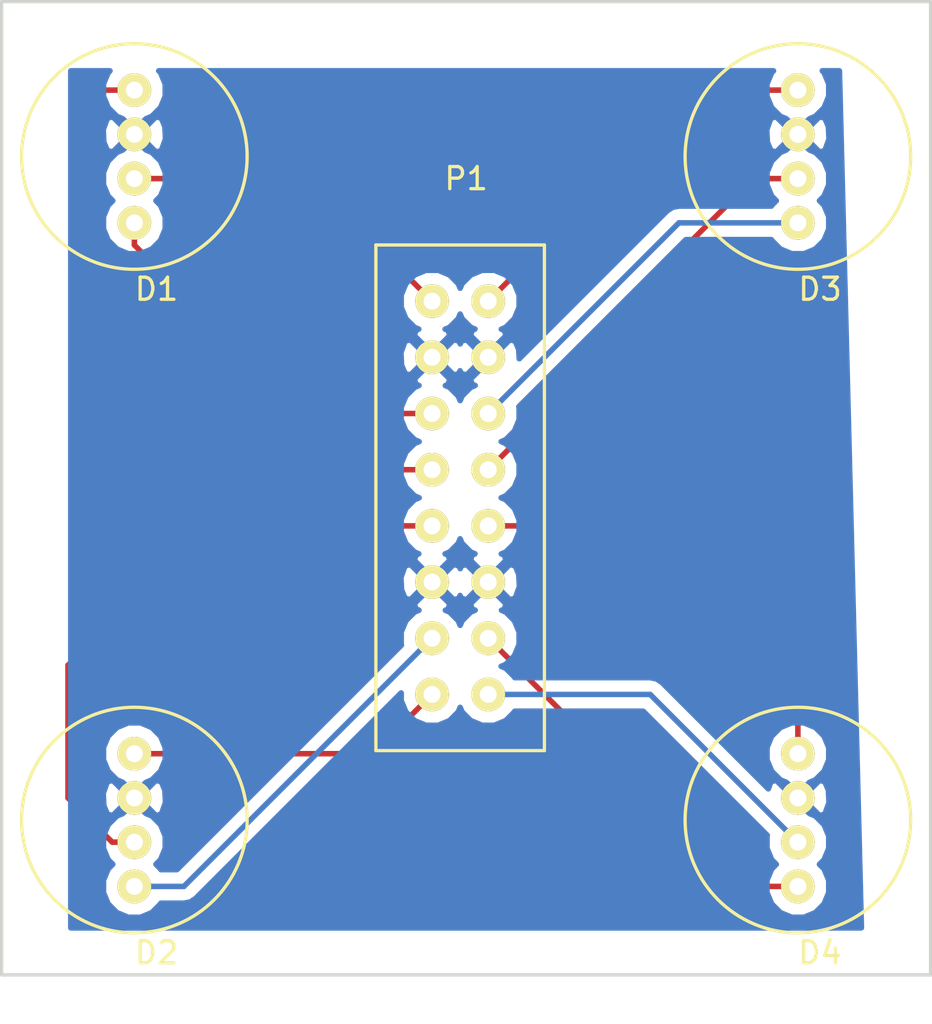
<source format=kicad_pcb>
(kicad_pcb (version 4) (host pcbnew 4.0.1-3.201512221402+6198~38~ubuntu15.04.1-stable)

  (general
    (links 19)
    (no_connects 0)
    (area 81.924999 73.875 124.075001 120.45)
    (thickness 1.6)
    (drawings 4)
    (tracks 33)
    (zones 0)
    (modules 5)
    (nets 14)
  )

  (page A4)
  (layers
    (0 F.Cu signal)
    (31 B.Cu signal)
    (32 B.Adhes user)
    (33 F.Adhes user)
    (34 B.Paste user)
    (35 F.Paste user)
    (36 B.SilkS user)
    (37 F.SilkS user)
    (38 B.Mask user)
    (39 F.Mask user)
    (40 Dwgs.User user)
    (41 Cmts.User user)
    (42 Eco1.User user)
    (43 Eco2.User user)
    (44 Edge.Cuts user)
    (45 Margin user)
    (46 B.CrtYd user)
    (47 F.CrtYd user)
    (48 B.Fab user)
    (49 F.Fab user)
  )

  (setup
    (last_trace_width 0.25)
    (trace_clearance 0.2)
    (zone_clearance 0.508)
    (zone_45_only no)
    (trace_min 0.2)
    (segment_width 0.2)
    (edge_width 0.15)
    (via_size 0.6)
    (via_drill 0.4)
    (via_min_size 0.4)
    (via_min_drill 0.3)
    (uvia_size 0.3)
    (uvia_drill 0.1)
    (uvias_allowed no)
    (uvia_min_size 0.2)
    (uvia_min_drill 0.1)
    (pcb_text_width 0.3)
    (pcb_text_size 1.5 1.5)
    (mod_edge_width 0.15)
    (mod_text_size 1 1)
    (mod_text_width 0.15)
    (pad_size 1.524 1.524)
    (pad_drill 0.762)
    (pad_to_mask_clearance 0.2)
    (aux_axis_origin 0 0)
    (visible_elements FFFFFF7F)
    (pcbplotparams
      (layerselection 0x01030_80000001)
      (usegerberextensions false)
      (excludeedgelayer true)
      (linewidth 0.100000)
      (plotframeref false)
      (viasonmask false)
      (mode 1)
      (useauxorigin false)
      (hpglpennumber 1)
      (hpglpenspeed 20)
      (hpglpendiameter 15)
      (hpglpenoverlay 2)
      (psnegative false)
      (psa4output false)
      (plotreference true)
      (plotvalue true)
      (plotinvisibletext false)
      (padsonsilk false)
      (subtractmaskfromsilk false)
      (outputformat 1)
      (mirror false)
      (drillshape 0)
      (scaleselection 1)
      (outputdirectory ../gerber/led_board/))
  )

  (net 0 "")
  (net 1 "Net-(D1-Pad1)")
  (net 2 GND)
  (net 3 "Net-(D1-Pad3)")
  (net 4 "Net-(D1-Pad4)")
  (net 5 "Net-(D2-Pad1)")
  (net 6 "Net-(D2-Pad3)")
  (net 7 "Net-(D2-Pad4)")
  (net 8 "Net-(D3-Pad1)")
  (net 9 "Net-(D3-Pad3)")
  (net 10 "Net-(D3-Pad4)")
  (net 11 "Net-(D4-Pad1)")
  (net 12 "Net-(D4-Pad3)")
  (net 13 "Net-(D4-Pad4)")

  (net_class Default "This is the default net class."
    (clearance 0.2)
    (trace_width 0.25)
    (via_dia 0.6)
    (via_drill 0.4)
    (uvia_dia 0.3)
    (uvia_drill 0.1)
    (add_net GND)
    (add_net "Net-(D1-Pad1)")
    (add_net "Net-(D1-Pad3)")
    (add_net "Net-(D1-Pad4)")
    (add_net "Net-(D2-Pad1)")
    (add_net "Net-(D2-Pad3)")
    (add_net "Net-(D2-Pad4)")
    (add_net "Net-(D3-Pad1)")
    (add_net "Net-(D3-Pad3)")
    (add_net "Net-(D3-Pad4)")
    (add_net "Net-(D4-Pad1)")
    (add_net "Net-(D4-Pad3)")
    (add_net "Net-(D4-Pad4)")
  )

  (module myPrints:RGB_LED_BCRG (layer F.Cu) (tedit 5538DE8E) (tstamp 5538E29D)
    (at 90 90)
    (path /5538B6A8)
    (fp_text reference D1 (at -1 -3) (layer F.SilkS)
      (effects (font (size 1 1) (thickness 0.15)))
    )
    (fp_text value LED_BCRG (at -2 -15) (layer F.Fab)
      (effects (font (size 1 1) (thickness 0.15)))
    )
    (fp_circle (center -2 -9) (end -7 -10) (layer F.SilkS) (width 0.15))
    (pad 1 thru_hole circle (at -2 -12) (size 1.524 1.524) (drill 0.762) (layers *.Cu *.Mask F.SilkS)
      (net 1 "Net-(D1-Pad1)"))
    (pad 2 thru_hole circle (at -2 -10) (size 1.524 1.524) (drill 0.762) (layers *.Cu *.Mask F.SilkS)
      (net 2 GND))
    (pad 3 thru_hole circle (at -2 -8) (size 1.524 1.524) (drill 0.762) (layers *.Cu *.Mask F.SilkS)
      (net 3 "Net-(D1-Pad3)"))
    (pad 4 thru_hole circle (at -2 -6) (size 1.524 1.524) (drill 0.762) (layers *.Cu *.Mask F.SilkS)
      (net 4 "Net-(D1-Pad4)"))
  )

  (module myPrints:RGB_LED_BCRG (layer F.Cu) (tedit 5538DE8E) (tstamp 5538E2A6)
    (at 90 120)
    (path /5538B8A7)
    (fp_text reference D2 (at -1 -3) (layer F.SilkS)
      (effects (font (size 1 1) (thickness 0.15)))
    )
    (fp_text value LED_BCRG (at -2 -15) (layer F.Fab)
      (effects (font (size 1 1) (thickness 0.15)))
    )
    (fp_circle (center -2 -9) (end -7 -10) (layer F.SilkS) (width 0.15))
    (pad 1 thru_hole circle (at -2 -12) (size 1.524 1.524) (drill 0.762) (layers *.Cu *.Mask F.SilkS)
      (net 5 "Net-(D2-Pad1)"))
    (pad 2 thru_hole circle (at -2 -10) (size 1.524 1.524) (drill 0.762) (layers *.Cu *.Mask F.SilkS)
      (net 2 GND))
    (pad 3 thru_hole circle (at -2 -8) (size 1.524 1.524) (drill 0.762) (layers *.Cu *.Mask F.SilkS)
      (net 6 "Net-(D2-Pad3)"))
    (pad 4 thru_hole circle (at -2 -6) (size 1.524 1.524) (drill 0.762) (layers *.Cu *.Mask F.SilkS)
      (net 7 "Net-(D2-Pad4)"))
  )

  (module myPrints:RGB_LED_BCRG (layer F.Cu) (tedit 5538DE8E) (tstamp 5538E2AF)
    (at 120 90)
    (path /5538B925)
    (fp_text reference D3 (at -1 -3) (layer F.SilkS)
      (effects (font (size 1 1) (thickness 0.15)))
    )
    (fp_text value LED_BCRG (at -2 -15) (layer F.Fab)
      (effects (font (size 1 1) (thickness 0.15)))
    )
    (fp_circle (center -2 -9) (end -7 -10) (layer F.SilkS) (width 0.15))
    (pad 1 thru_hole circle (at -2 -12) (size 1.524 1.524) (drill 0.762) (layers *.Cu *.Mask F.SilkS)
      (net 8 "Net-(D3-Pad1)"))
    (pad 2 thru_hole circle (at -2 -10) (size 1.524 1.524) (drill 0.762) (layers *.Cu *.Mask F.SilkS)
      (net 2 GND))
    (pad 3 thru_hole circle (at -2 -8) (size 1.524 1.524) (drill 0.762) (layers *.Cu *.Mask F.SilkS)
      (net 9 "Net-(D3-Pad3)"))
    (pad 4 thru_hole circle (at -2 -6) (size 1.524 1.524) (drill 0.762) (layers *.Cu *.Mask F.SilkS)
      (net 10 "Net-(D3-Pad4)"))
  )

  (module myPrints:RGB_LED_BCRG (layer F.Cu) (tedit 5538DE8E) (tstamp 5538E2B8)
    (at 120 120)
    (path /5538B8D3)
    (fp_text reference D4 (at -1 -3) (layer F.SilkS)
      (effects (font (size 1 1) (thickness 0.15)))
    )
    (fp_text value LED_BCRG (at -2 -15) (layer F.Fab)
      (effects (font (size 1 1) (thickness 0.15)))
    )
    (fp_circle (center -2 -9) (end -7 -10) (layer F.SilkS) (width 0.15))
    (pad 1 thru_hole circle (at -2 -12) (size 1.524 1.524) (drill 0.762) (layers *.Cu *.Mask F.SilkS)
      (net 11 "Net-(D4-Pad1)"))
    (pad 2 thru_hole circle (at -2 -10) (size 1.524 1.524) (drill 0.762) (layers *.Cu *.Mask F.SilkS)
      (net 2 GND))
    (pad 3 thru_hole circle (at -2 -8) (size 1.524 1.524) (drill 0.762) (layers *.Cu *.Mask F.SilkS)
      (net 12 "Net-(D4-Pad3)"))
    (pad 4 thru_hole circle (at -2 -6) (size 1.524 1.524) (drill 0.762) (layers *.Cu *.Mask F.SilkS)
      (net 13 "Net-(D4-Pad4)"))
  )

  (module myPrints:Buchsenleiste (layer F.Cu) (tedit 5693A7A1) (tstamp 5538E2D0)
    (at 104 85)
    (path /5538B64C)
    (fp_text reference P1 (at -1 -3) (layer F.SilkS)
      (effects (font (size 1 1) (thickness 0.15)))
    )
    (fp_text value CONN_02X08 (at -2 -1) (layer F.Fab) hide
      (effects (font (size 1 1) (thickness 0.15)))
    )
    (fp_line (start -5.08 0) (end -5.08 22.86) (layer F.SilkS) (width 0.15))
    (fp_line (start -5.08 22.86) (end 2.54 22.86) (layer F.SilkS) (width 0.15))
    (fp_line (start 2.54 22.86) (end 2.54 0) (layer F.SilkS) (width 0.15))
    (fp_line (start 2.54 0) (end -5.08 0) (layer F.SilkS) (width 0.15))
    (pad 1 thru_hole circle (at -2.54 2.54) (size 1.524 1.524) (drill 0.762) (layers *.Cu *.Mask F.SilkS)
      (net 3 "Net-(D1-Pad3)"))
    (pad 2 thru_hole circle (at 0 2.54) (size 1.524 1.524) (drill 0.762) (layers *.Cu *.Mask F.SilkS)
      (net 8 "Net-(D3-Pad1)"))
    (pad 3 thru_hole circle (at -2.54 5.08) (size 1.524 1.524) (drill 0.762) (layers *.Cu *.Mask F.SilkS)
      (net 2 GND))
    (pad 4 thru_hole circle (at 0 5.08) (size 1.524 1.524) (drill 0.762) (layers *.Cu *.Mask F.SilkS)
      (net 2 GND))
    (pad 5 thru_hole circle (at -2.54 7.62) (size 1.524 1.524) (drill 0.762) (layers *.Cu *.Mask F.SilkS)
      (net 4 "Net-(D1-Pad4)"))
    (pad 6 thru_hole circle (at 0 7.62) (size 1.524 1.524) (drill 0.762) (layers *.Cu *.Mask F.SilkS)
      (net 10 "Net-(D3-Pad4)"))
    (pad 7 thru_hole circle (at -2.54 10.16) (size 1.524 1.524) (drill 0.762) (layers *.Cu *.Mask F.SilkS)
      (net 1 "Net-(D1-Pad1)"))
    (pad 8 thru_hole circle (at 0 10.16) (size 1.524 1.524) (drill 0.762) (layers *.Cu *.Mask F.SilkS)
      (net 9 "Net-(D3-Pad3)"))
    (pad 9 thru_hole circle (at -2.54 12.7) (size 1.524 1.524) (drill 0.762) (layers *.Cu *.Mask F.SilkS)
      (net 6 "Net-(D2-Pad3)"))
    (pad 10 thru_hole circle (at 0 12.7) (size 1.524 1.524) (drill 0.762) (layers *.Cu *.Mask F.SilkS)
      (net 11 "Net-(D4-Pad1)"))
    (pad 11 thru_hole circle (at -2.54 15.24) (size 1.524 1.524) (drill 0.762) (layers *.Cu *.Mask F.SilkS)
      (net 2 GND))
    (pad 12 thru_hole circle (at 0 15.24) (size 1.524 1.524) (drill 0.762) (layers *.Cu *.Mask F.SilkS)
      (net 2 GND))
    (pad 13 thru_hole circle (at -2.54 17.78) (size 1.524 1.524) (drill 0.762) (layers *.Cu *.Mask F.SilkS)
      (net 7 "Net-(D2-Pad4)"))
    (pad 14 thru_hole circle (at 0 17.78) (size 1.524 1.524) (drill 0.762) (layers *.Cu *.Mask F.SilkS)
      (net 13 "Net-(D4-Pad4)"))
    (pad 15 thru_hole circle (at -2.54 20.32) (size 1.524 1.524) (drill 0.762) (layers *.Cu *.Mask F.SilkS)
      (net 5 "Net-(D2-Pad1)"))
    (pad 16 thru_hole circle (at 0 20.32) (size 1.524 1.524) (drill 0.762) (layers *.Cu *.Mask F.SilkS)
      (net 12 "Net-(D4-Pad3)"))
  )

  (gr_line (start 82 118) (end 82 74) (angle 90) (layer Edge.Cuts) (width 0.15))
  (gr_line (start 124 118) (end 82 118) (angle 90) (layer Edge.Cuts) (width 0.15))
  (gr_line (start 124 74) (end 124 118) (angle 90) (layer Edge.Cuts) (width 0.15))
  (gr_line (start 82 74) (end 124 74) (angle 90) (layer Edge.Cuts) (width 0.15))

  (segment (start 88 78) (end 86 78) (width 0.25) (layer F.Cu) (net 1))
  (segment (start 91.16 95.16) (end 101.46 95.16) (width 0.25) (layer F.Cu) (net 1) (tstamp 5538E376))
  (segment (start 86 90) (end 91.16 95.16) (width 0.25) (layer F.Cu) (net 1) (tstamp 5538E375))
  (segment (start 86 78) (end 86 90) (width 0.25) (layer F.Cu) (net 1) (tstamp 5538E373))
  (segment (start 88 82) (end 95.92 82) (width 0.25) (layer F.Cu) (net 3))
  (segment (start 95.92 82) (end 101.46 87.54) (width 0.25) (layer F.Cu) (net 3) (tstamp 5538E36E))
  (segment (start 88 84) (end 88 85) (width 0.25) (layer F.Cu) (net 4))
  (segment (start 95.62 92.62) (end 101.46 92.62) (width 0.25) (layer F.Cu) (net 4) (tstamp 5538E36A))
  (segment (start 88 85) (end 95.62 92.62) (width 0.25) (layer F.Cu) (net 4) (tstamp 5538E368))
  (segment (start 88 108) (end 98.78 108) (width 0.25) (layer F.Cu) (net 5))
  (segment (start 98.78 108) (end 101.46 105.32) (width 0.25) (layer F.Cu) (net 5) (tstamp 5538E355))
  (segment (start 88 112) (end 87 112) (width 0.25) (layer F.Cu) (net 6))
  (segment (start 91.3 97.7) (end 101.46 97.7) (width 0.25) (layer F.Cu) (net 6) (tstamp 5538E35F))
  (segment (start 85 104) (end 91.3 97.7) (width 0.25) (layer F.Cu) (net 6) (tstamp 5538E35D))
  (segment (start 85 110) (end 85 104) (width 0.25) (layer F.Cu) (net 6) (tstamp 5538E35B))
  (segment (start 87 112) (end 85 110) (width 0.25) (layer F.Cu) (net 6) (tstamp 5538E359))
  (segment (start 88 114) (end 90.24 114) (width 0.25) (layer B.Cu) (net 7))
  (segment (start 90.24 114) (end 101.46 102.78) (width 0.25) (layer B.Cu) (net 7) (tstamp 5538E364))
  (segment (start 118 78) (end 113.54 78) (width 0.25) (layer F.Cu) (net 8))
  (segment (start 113.54 78) (end 104 87.54) (width 0.25) (layer F.Cu) (net 8) (tstamp 5538E387))
  (segment (start 118 82) (end 116 82) (width 0.25) (layer F.Cu) (net 9))
  (segment (start 110 89.16) (end 104 95.16) (width 0.25) (layer F.Cu) (net 9) (tstamp 5538E38F))
  (segment (start 110 88) (end 110 89.16) (width 0.25) (layer F.Cu) (net 9) (tstamp 5538E38D))
  (segment (start 116 82) (end 110 88) (width 0.25) (layer F.Cu) (net 9) (tstamp 5538E38B))
  (segment (start 118 84) (end 112.62 84) (width 0.25) (layer B.Cu) (net 10))
  (segment (start 112.62 84) (end 104 92.62) (width 0.25) (layer B.Cu) (net 10) (tstamp 5538E393))
  (segment (start 118 108) (end 118 104) (width 0.25) (layer F.Cu) (net 11))
  (segment (start 111.7 97.7) (end 104 97.7) (width 0.25) (layer F.Cu) (net 11) (tstamp 5538E383))
  (segment (start 118 104) (end 111.7 97.7) (width 0.25) (layer F.Cu) (net 11) (tstamp 5538E382))
  (segment (start 104 105.32) (end 111.32 105.32) (width 0.25) (layer B.Cu) (net 12))
  (segment (start 111.32 105.32) (end 118 112) (width 0.25) (layer B.Cu) (net 12) (tstamp 5538E37E))
  (segment (start 118 114) (end 115.22 114) (width 0.25) (layer F.Cu) (net 13))
  (segment (start 115.22 114) (end 104 102.78) (width 0.25) (layer F.Cu) (net 13) (tstamp 5538E37A))

  (zone (net 2) (net_name GND) (layer B.Cu) (tstamp 5538E397) (hatch edge 0.508)
    (connect_pads (clearance 0.508))
    (min_thickness 0.254)
    (fill yes (arc_segments 16) (thermal_gap 0.508) (thermal_bridge_width 0.508))
    (polygon
      (pts
        (xy 85 77) (xy 120 77) (xy 121 116) (xy 85 116)
      )
    )
    (filled_polygon
      (pts
        (xy 120.869702 115.873) (xy 119.409144 115.873) (xy 119.409144 110.207698) (xy 119.409144 80.207698) (xy 119.381362 79.652632)
        (xy 119.222397 79.268857) (xy 118.980213 79.199392) (xy 118.179605 80) (xy 118.980213 80.800608) (xy 119.222397 80.731143)
        (xy 119.409144 80.207698) (xy 119.409144 110.207698) (xy 119.397242 109.969903) (xy 119.397242 107.723339) (xy 119.397242 83.723339)
        (xy 119.18501 83.209697) (xy 118.975657 82.999978) (xy 119.183629 82.79237) (xy 119.396757 82.2791) (xy 119.397242 81.723339)
        (xy 119.18501 81.209697) (xy 118.79237 80.816371) (xy 118.526273 80.705878) (xy 118 80.179605) (xy 117.820395 80.359209)
        (xy 117.820395 80) (xy 117.019787 79.199392) (xy 116.777603 79.268857) (xy 116.590856 79.792302) (xy 116.618638 80.347368)
        (xy 116.777603 80.731143) (xy 117.019787 80.800608) (xy 117.820395 80) (xy 117.820395 80.359209) (xy 117.473697 80.705907)
        (xy 117.209697 80.81499) (xy 116.816371 81.20763) (xy 116.603243 81.7209) (xy 116.602758 82.276661) (xy 116.81499 82.790303)
        (xy 117.024342 83.000021) (xy 116.816371 83.20763) (xy 116.802929 83.24) (xy 112.62 83.24) (xy 112.329161 83.297852)
        (xy 112.082599 83.462599) (xy 105.401915 90.143282) (xy 105.397242 90.049915) (xy 105.397242 87.263339) (xy 105.18501 86.749697)
        (xy 104.79237 86.356371) (xy 104.2791 86.143243) (xy 103.723339 86.142758) (xy 103.209697 86.35499) (xy 102.816371 86.74763)
        (xy 102.73005 86.955512) (xy 102.64501 86.749697) (xy 102.25237 86.356371) (xy 101.7391 86.143243) (xy 101.183339 86.142758)
        (xy 100.669697 86.35499) (xy 100.276371 86.74763) (xy 100.063243 87.2609) (xy 100.062758 87.816661) (xy 100.27499 88.330303)
        (xy 100.66763 88.723629) (xy 100.859727 88.803394) (xy 100.728857 88.857603) (xy 100.659392 89.099787) (xy 101.46 89.900395)
        (xy 102.260608 89.099787) (xy 102.191143 88.857603) (xy 102.050682 88.807491) (xy 102.250303 88.72501) (xy 102.643629 88.33237)
        (xy 102.729949 88.124487) (xy 102.81499 88.330303) (xy 103.20763 88.723629) (xy 103.399727 88.803394) (xy 103.268857 88.857603)
        (xy 103.199392 89.099787) (xy 104 89.900395) (xy 104.800608 89.099787) (xy 104.731143 88.857603) (xy 104.590682 88.807491)
        (xy 104.790303 88.72501) (xy 105.183629 88.33237) (xy 105.396757 87.8191) (xy 105.397242 87.263339) (xy 105.397242 90.049915)
        (xy 105.381362 89.732632) (xy 105.222397 89.348857) (xy 104.980213 89.279392) (xy 104.179605 90.08) (xy 104.193747 90.094142)
        (xy 104.014142 90.273747) (xy 104 90.259605) (xy 103.820395 90.43921) (xy 103.820395 90.08) (xy 103.019787 89.279392)
        (xy 102.777603 89.348857) (xy 102.733547 89.472344) (xy 102.682397 89.348857) (xy 102.440213 89.279392) (xy 101.639605 90.08)
        (xy 102.440213 90.880608) (xy 102.682397 90.811143) (xy 102.726452 90.687655) (xy 102.777603 90.811143) (xy 103.019787 90.880608)
        (xy 103.820395 90.08) (xy 103.820395 90.43921) (xy 103.199392 91.060213) (xy 103.268857 91.302397) (xy 103.409317 91.352508)
        (xy 103.209697 91.43499) (xy 102.816371 91.82763) (xy 102.73005 92.035512) (xy 102.64501 91.829697) (xy 102.25237 91.436371)
        (xy 102.060272 91.356605) (xy 102.191143 91.302397) (xy 102.260608 91.060213) (xy 101.46 90.259605) (xy 101.280395 90.43921)
        (xy 101.280395 90.08) (xy 100.479787 89.279392) (xy 100.237603 89.348857) (xy 100.050856 89.872302) (xy 100.078638 90.427368)
        (xy 100.237603 90.811143) (xy 100.479787 90.880608) (xy 101.280395 90.08) (xy 101.280395 90.43921) (xy 100.659392 91.060213)
        (xy 100.728857 91.302397) (xy 100.869317 91.352508) (xy 100.669697 91.43499) (xy 100.276371 91.82763) (xy 100.063243 92.3409)
        (xy 100.062758 92.896661) (xy 100.27499 93.410303) (xy 100.66763 93.803629) (xy 100.875512 93.889949) (xy 100.669697 93.97499)
        (xy 100.276371 94.36763) (xy 100.063243 94.8809) (xy 100.062758 95.436661) (xy 100.27499 95.950303) (xy 100.66763 96.343629)
        (xy 100.875512 96.429949) (xy 100.669697 96.51499) (xy 100.276371 96.90763) (xy 100.063243 97.4209) (xy 100.062758 97.976661)
        (xy 100.27499 98.490303) (xy 100.66763 98.883629) (xy 100.859727 98.963394) (xy 100.728857 99.017603) (xy 100.659392 99.259787)
        (xy 101.46 100.060395) (xy 102.260608 99.259787) (xy 102.191143 99.017603) (xy 102.050682 98.967491) (xy 102.250303 98.88501)
        (xy 102.643629 98.49237) (xy 102.729949 98.284487) (xy 102.81499 98.490303) (xy 103.20763 98.883629) (xy 103.399727 98.963394)
        (xy 103.268857 99.017603) (xy 103.199392 99.259787) (xy 104 100.060395) (xy 104.800608 99.259787) (xy 104.731143 99.017603)
        (xy 104.590682 98.967491) (xy 104.790303 98.88501) (xy 105.183629 98.49237) (xy 105.396757 97.9791) (xy 105.397242 97.423339)
        (xy 105.18501 96.909697) (xy 104.79237 96.516371) (xy 104.584487 96.43005) (xy 104.790303 96.34501) (xy 105.183629 95.95237)
        (xy 105.396757 95.4391) (xy 105.397242 94.883339) (xy 105.18501 94.369697) (xy 104.79237 93.976371) (xy 104.584487 93.89005)
        (xy 104.790303 93.80501) (xy 105.183629 93.41237) (xy 105.396757 92.8991) (xy 105.397242 92.343339) (xy 105.383857 92.310944)
        (xy 112.934802 84.76) (xy 116.802469 84.76) (xy 116.81499 84.790303) (xy 117.20763 85.183629) (xy 117.7209 85.396757)
        (xy 118.276661 85.397242) (xy 118.790303 85.18501) (xy 119.183629 84.79237) (xy 119.396757 84.2791) (xy 119.397242 83.723339)
        (xy 119.397242 107.723339) (xy 119.18501 107.209697) (xy 118.79237 106.816371) (xy 118.2791 106.603243) (xy 117.723339 106.602758)
        (xy 117.209697 106.81499) (xy 116.816371 107.20763) (xy 116.603243 107.7209) (xy 116.602758 108.276661) (xy 116.81499 108.790303)
        (xy 117.20763 109.183629) (xy 117.473726 109.294121) (xy 118 109.820395) (xy 118.526302 109.294092) (xy 118.790303 109.18501)
        (xy 119.183629 108.79237) (xy 119.396757 108.2791) (xy 119.397242 107.723339) (xy 119.397242 109.969903) (xy 119.381362 109.652632)
        (xy 119.222397 109.268857) (xy 118.980213 109.199392) (xy 118.179605 110) (xy 118.980213 110.800608) (xy 119.222397 110.731143)
        (xy 119.409144 110.207698) (xy 119.409144 115.873) (xy 119.397242 115.873) (xy 119.397242 113.723339) (xy 119.18501 113.209697)
        (xy 118.975657 112.999978) (xy 119.183629 112.79237) (xy 119.396757 112.2791) (xy 119.397242 111.723339) (xy 119.18501 111.209697)
        (xy 118.79237 110.816371) (xy 118.526273 110.705878) (xy 118 110.179605) (xy 117.985857 110.193747) (xy 117.806252 110.014142)
        (xy 117.820395 110) (xy 117.019787 109.199392) (xy 116.777603 109.268857) (xy 116.663496 109.588694) (xy 111.857401 104.782599)
        (xy 111.610839 104.617852) (xy 111.32 104.56) (xy 105.409144 104.56) (xy 105.409144 100.447698) (xy 105.381362 99.892632)
        (xy 105.222397 99.508857) (xy 104.980213 99.439392) (xy 104.179605 100.24) (xy 104.980213 101.040608) (xy 105.222397 100.971143)
        (xy 105.409144 100.447698) (xy 105.409144 104.56) (xy 105.19753 104.56) (xy 105.18501 104.529697) (xy 104.79237 104.136371)
        (xy 104.584487 104.05005) (xy 104.790303 103.96501) (xy 105.183629 103.57237) (xy 105.396757 103.0591) (xy 105.397242 102.503339)
        (xy 105.18501 101.989697) (xy 104.79237 101.596371) (xy 104.600272 101.516605) (xy 104.731143 101.462397) (xy 104.800608 101.220213)
        (xy 104 100.419605) (xy 103.820395 100.59921) (xy 103.820395 100.24) (xy 103.019787 99.439392) (xy 102.777603 99.508857)
        (xy 102.733547 99.632344) (xy 102.682397 99.508857) (xy 102.440213 99.439392) (xy 101.639605 100.24) (xy 102.440213 101.040608)
        (xy 102.682397 100.971143) (xy 102.726452 100.847655) (xy 102.777603 100.971143) (xy 103.019787 101.040608) (xy 103.820395 100.24)
        (xy 103.820395 100.59921) (xy 103.199392 101.220213) (xy 103.268857 101.462397) (xy 103.409317 101.512508) (xy 103.209697 101.59499)
        (xy 102.816371 101.98763) (xy 102.73005 102.195512) (xy 102.64501 101.989697) (xy 102.25237 101.596371) (xy 102.060272 101.516605)
        (xy 102.191143 101.462397) (xy 102.260608 101.220213) (xy 101.46 100.419605) (xy 101.280395 100.59921) (xy 101.280395 100.24)
        (xy 100.479787 99.439392) (xy 100.237603 99.508857) (xy 100.050856 100.032302) (xy 100.078638 100.587368) (xy 100.237603 100.971143)
        (xy 100.479787 101.040608) (xy 101.280395 100.24) (xy 101.280395 100.59921) (xy 100.659392 101.220213) (xy 100.728857 101.462397)
        (xy 100.869317 101.512508) (xy 100.669697 101.59499) (xy 100.276371 101.98763) (xy 100.063243 102.5009) (xy 100.062758 103.056661)
        (xy 100.076142 103.089055) (xy 89.925198 113.24) (xy 89.409144 113.24) (xy 89.409144 110.207698) (xy 89.409144 80.207698)
        (xy 89.381362 79.652632) (xy 89.222397 79.268857) (xy 88.980213 79.199392) (xy 88.179605 80) (xy 88.980213 80.800608)
        (xy 89.222397 80.731143) (xy 89.409144 80.207698) (xy 89.409144 110.207698) (xy 89.397242 109.969903) (xy 89.397242 107.723339)
        (xy 89.397242 83.723339) (xy 89.18501 83.209697) (xy 88.975657 82.999978) (xy 89.183629 82.79237) (xy 89.396757 82.2791)
        (xy 89.397242 81.723339) (xy 89.18501 81.209697) (xy 88.79237 80.816371) (xy 88.526273 80.705878) (xy 88 80.179605)
        (xy 87.820395 80.359209) (xy 87.820395 80) (xy 87.019787 79.199392) (xy 86.777603 79.268857) (xy 86.590856 79.792302)
        (xy 86.618638 80.347368) (xy 86.777603 80.731143) (xy 87.019787 80.800608) (xy 87.820395 80) (xy 87.820395 80.359209)
        (xy 87.473697 80.705907) (xy 87.209697 80.81499) (xy 86.816371 81.20763) (xy 86.603243 81.7209) (xy 86.602758 82.276661)
        (xy 86.81499 82.790303) (xy 87.024342 83.000021) (xy 86.816371 83.20763) (xy 86.603243 83.7209) (xy 86.602758 84.276661)
        (xy 86.81499 84.790303) (xy 87.20763 85.183629) (xy 87.7209 85.396757) (xy 88.276661 85.397242) (xy 88.790303 85.18501)
        (xy 89.183629 84.79237) (xy 89.396757 84.2791) (xy 89.397242 83.723339) (xy 89.397242 107.723339) (xy 89.18501 107.209697)
        (xy 88.79237 106.816371) (xy 88.2791 106.603243) (xy 87.723339 106.602758) (xy 87.209697 106.81499) (xy 86.816371 107.20763)
        (xy 86.603243 107.7209) (xy 86.602758 108.276661) (xy 86.81499 108.790303) (xy 87.20763 109.183629) (xy 87.473726 109.294121)
        (xy 88 109.820395) (xy 88.526302 109.294092) (xy 88.790303 109.18501) (xy 89.183629 108.79237) (xy 89.396757 108.2791)
        (xy 89.397242 107.723339) (xy 89.397242 109.969903) (xy 89.381362 109.652632) (xy 89.222397 109.268857) (xy 88.980213 109.199392)
        (xy 88.179605 110) (xy 88.980213 110.800608) (xy 89.222397 110.731143) (xy 89.409144 110.207698) (xy 89.409144 113.24)
        (xy 89.19753 113.24) (xy 89.18501 113.209697) (xy 88.975657 112.999978) (xy 89.183629 112.79237) (xy 89.396757 112.2791)
        (xy 89.397242 111.723339) (xy 89.18501 111.209697) (xy 88.79237 110.816371) (xy 88.526273 110.705878) (xy 88 110.179605)
        (xy 87.820395 110.359209) (xy 87.820395 110) (xy 87.019787 109.199392) (xy 86.777603 109.268857) (xy 86.590856 109.792302)
        (xy 86.618638 110.347368) (xy 86.777603 110.731143) (xy 87.019787 110.800608) (xy 87.820395 110) (xy 87.820395 110.359209)
        (xy 87.473697 110.705907) (xy 87.209697 110.81499) (xy 86.816371 111.20763) (xy 86.603243 111.7209) (xy 86.602758 112.276661)
        (xy 86.81499 112.790303) (xy 87.024342 113.000021) (xy 86.816371 113.20763) (xy 86.603243 113.7209) (xy 86.602758 114.276661)
        (xy 86.81499 114.790303) (xy 87.20763 115.183629) (xy 87.7209 115.396757) (xy 88.276661 115.397242) (xy 88.790303 115.18501)
        (xy 89.183629 114.79237) (xy 89.19707 114.76) (xy 90.24 114.76) (xy 90.530839 114.702148) (xy 90.777401 114.537401)
        (xy 100.063059 105.251742) (xy 100.062758 105.596661) (xy 100.27499 106.110303) (xy 100.66763 106.503629) (xy 101.1809 106.716757)
        (xy 101.736661 106.717242) (xy 102.250303 106.50501) (xy 102.643629 106.11237) (xy 102.729949 105.904487) (xy 102.81499 106.110303)
        (xy 103.20763 106.503629) (xy 103.7209 106.716757) (xy 104.276661 106.717242) (xy 104.790303 106.50501) (xy 105.183629 106.11237)
        (xy 105.19707 106.08) (xy 111.005198 106.08) (xy 116.615816 111.690618) (xy 116.603243 111.7209) (xy 116.602758 112.276661)
        (xy 116.81499 112.790303) (xy 117.024342 113.000021) (xy 116.816371 113.20763) (xy 116.603243 113.7209) (xy 116.602758 114.276661)
        (xy 116.81499 114.790303) (xy 117.20763 115.183629) (xy 117.7209 115.396757) (xy 118.276661 115.397242) (xy 118.790303 115.18501)
        (xy 119.183629 114.79237) (xy 119.396757 114.2791) (xy 119.397242 113.723339) (xy 119.397242 115.873) (xy 85.127 115.873)
        (xy 85.127 77.127) (xy 86.897141 77.127) (xy 86.816371 77.20763) (xy 86.603243 77.7209) (xy 86.602758 78.276661)
        (xy 86.81499 78.790303) (xy 87.20763 79.183629) (xy 87.473726 79.294121) (xy 88 79.820395) (xy 88.526302 79.294092)
        (xy 88.790303 79.18501) (xy 89.183629 78.79237) (xy 89.396757 78.2791) (xy 89.397242 77.723339) (xy 89.18501 77.209697)
        (xy 89.102457 77.127) (xy 116.897141 77.127) (xy 116.816371 77.20763) (xy 116.603243 77.7209) (xy 116.602758 78.276661)
        (xy 116.81499 78.790303) (xy 117.20763 79.183629) (xy 117.473726 79.294121) (xy 118 79.820395) (xy 118.526302 79.294092)
        (xy 118.790303 79.18501) (xy 119.183629 78.79237) (xy 119.396757 78.2791) (xy 119.397242 77.723339) (xy 119.18501 77.209697)
        (xy 119.102457 77.127) (xy 119.876215 77.127) (xy 120.869702 115.873)
      )
    )
  )
)

</source>
